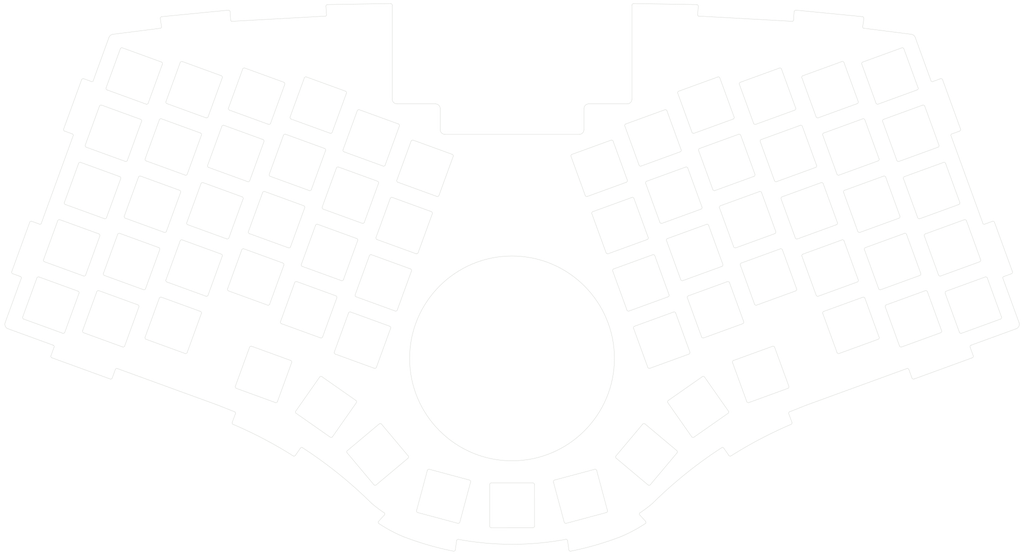
<source format=kicad_pcb>
(kicad_pcb (version 20221018) (generator pcbnew)
  (layers (0 "F.Cu" signal) (31 "B.Cu" signal) (34 "B.Paste" user) (35 "F.Paste" user) (36 "B.SilkS" user "B.Silkscreen") (37 "F.SilkS" user "F.Silkscreen") (38 "B.Mask" user) (39 "F.Mask" user) (44 "Edge.Cuts" user))
  (net 0 "")
  (footprint "Honeydew:Cutout_MX_Tight" (layer "F.Cu") (at 282.797713 79.913627 20))
  (footprint "Honeydew:Cutout_MX_Tight" (layer "F.Cu") (at 210.650185 104.483812 20))
  (footprint "Honeydew:Cutout_MX_Tight" (layer "F.Cu") (at 302.344164 133.61706 20))
  (footprint "Honeydew:Cutout_MX_Tight" (layer "F.Cu") (at 204.134698 86.582667 20))
  (footprint "Honeydew:Cutout_MX_Tight" (layer "F.Cu") (at 220.949914 77.08365 20))
  (footprint "Honeydew:Cutout_MX_Tight" (layer "F.Cu") (at 244.009156 84.739913 20))
  (footprint "Honeydew:Cutout_MX_Tight" (layer "F.Cu") (at 235.058443 161.147973 35))
  (footprint "Honeydew:Cutout_MX_Tight" (layer "F.Cu") (at 250.524655 102.641049 20))
  (footprint "Honeydew:Cutout_MX_Tight" (layer "F.Cu") (at 308.028781 93.536935 20))
  (footprint "Honeydew:Cutout_MX_Tight" (layer "F.Cu") (at 257.040124 120.542189 20))
  (footprint "Honeydew:Cutout_MX_Tight" (layer "F.Cu") (at 289.313186 97.81476 20))
  (footprint "Honeydew:Cutout_MX_Tight" (layer "F.Cu") (at 295.828694 115.715921 20))
  (footprint "Honeydew:Cutout_MX_Tight" (layer "F.Cu") (at 282.814146 135.657261 20))
  (footprint "Honeydew:Cutout_MX_Tight" (layer "F.Cu") (at 263.267702 81.953827 20))
  (footprint "Honeydew:Cutout_MX_Tight" (layer "F.Cu") (at 218.924992 175.990007 50))
  (footprint "Honeydew:Cutout_MX_Tight" (layer "F.Cu") (at 314.544237 111.438101 20))
  (footprint "Honeydew:Cutout_MX_Tight" (layer "F.Cu") (at 301.513281 75.635786 20))
  (footprint "Honeydew:Cutout_MX_Tight" (layer "F.Cu") (at 294.997801 57.734638 20))
  (footprint "Honeydew:Cutout_MX_Tight" (layer "F.Cu") (at 276.282228 62.012487 20))
  (footprint "Honeydew:Cutout_MX_Tight" (layer "F.Cu") (at 254.607787 150.991685 20))
  (footprint "Honeydew:Cutout_MX_Tight" (layer "F.Cu") (at 240.496356 130.787078 20))
  (footprint "Honeydew:Cutout_MX_Tight" (layer "F.Cu") (at 176.925 191.9))
  (footprint "Honeydew:Cutout_MX_Tight" (layer "F.Cu") (at 223.681155 140.286106 20))
  (footprint "Honeydew:Cutout_MX_Tight" (layer "F.Cu") (at 321.059737 129.339232 20))
  (footprint "Honeydew:Cutout_MX_Tight" (layer "F.Cu") (at 276.298666 117.756121 20))
  (footprint "Honeydew:Cutout_MX_Tight" (layer "F.Cu") (at 237.493671 66.838751 20))
  (footprint "Honeydew:Cutout_MX_Tight" (layer "F.Cu") (at 269.783173 99.854966 20))
  (footprint "Honeydew:Cutout_MX_Tight" (layer "F.Cu") (at 233.980885 112.885965 20))
  (footprint "Honeydew:Cutout_MX_Tight" (layer "F.Cu") (at 217.165669 122.384957 20))
  (footprint "Honeydew:Cutout_MX_Tight" (layer "F.Cu") (at 227.465406 94.984784 20))
  (footprint "Honeydew:Cutout_MX_Tight" (layer "F.Cu") (at 256.752213 64.052695 20))
  (footprint "Honeydew:Cutout_MX_Tight" (layer "F.Cu") (at 198.284996 189.07999 15))
  (footprint "Honeydew:Cutout_MX_Tight" (layer "B.Cu") (at 71.035818 135.657261 160))
  (footprint "Honeydew:Cutout_MX_Tight" (layer "B.Cu") (at 32.790227 129.339232 160))
  (footprint "Honeydew:Cutout_MX_Tight" (layer "B.Cu") (at 149.715266 86.582667 160))
  (footprint "Honeydew:Cutout_MX_Tight" (layer "B.Cu") (at 96.80984 120.542189 160))
  (footprint "Honeydew:Cutout_MX_Tight" (layer "B.Cu") (at 58.852163 57.734638 160))
  (footprint "Honeydew:Cutout_MX_Tight" (layer "B.Cu") (at 52.336683 75.635786 160))
  (footprint "Honeydew:Cutout_MX_Tight" (layer "B.Cu") (at 126.384558 94.984784 160))
  (footprint "Honeydew:Cutout_MX_Tight" (layer "B.Cu") (at 90.582262 81.953827 160))
  (footprint "Honeydew:Cutout_MX_Tight" (layer "B.Cu") (at 39.305727 111.438101 160))
  (footprint "Honeydew:Cutout_MX_Tight" (layer "B.Cu") (at 136.684295 122.384957 160))
  (footprint "Honeydew:Cutout_MX_Tight" (layer "B.Cu") (at 51.5058 133.61706 160))
  (footprint "Honeydew:Cutout_MX_Tight" (layer "B.Cu") (at 103.325309 102.641049 160))
  (footprint "Honeydew:Cutout_MX_Tight" (layer "B.Cu") (at 99.242177 150.991685 160))
  (footprint "Honeydew:Cutout_MX_Tight" (layer "B.Cu") (at 119.869079 112.885965 160))
  (footprint "Honeydew:Cutout_MX_Tight" (layer "B.Cu") (at 134.924972 175.990007 130))
  (footprint "Honeydew:Cutout_MX_Tight" (layer "B.Cu") (at 113.353608 130.787078 160))
  (footprint "Honeydew:Cutout_MX_Tight" (layer "B.Cu") (at 109.840808 84.739913 160))
  (footprint "Honeydew:Cutout_MX_Tight" (layer "B.Cu") (at 77.567736 62.012487 160))
  (footprint "Honeydew:Cutout_MX_Tight" (layer "B.Cu") (at 77.551298 117.756121 160))
  (footprint "Honeydew:Cutout_MX_Tight" (layer "B.Cu") (at 58.02127 115.715921 160))
  (footprint "Honeydew:Cutout_MX_Tight" (layer "B.Cu") (at 118.791521 161.147973 145))
  (footprint "Honeydew:Cutout_MX_Tight" (layer "B.Cu") (at 143.199779 104.483812 160))
  (footprint "Honeydew:Cutout_MX_Tight" (layer "B.Cu") (at 71.052251 79.913627 160))
  (footprint "Honeydew:Cutout_MX_Tight" (layer "B.Cu") (at 132.90005 77.08365 160))
  (footprint "Honeydew:Cutout_MX_Tight" (layer "B.Cu") (at 97.097751 64.052695 160))
  (footprint "Honeydew:Cutout_MX_Tight" (layer "B.Cu") (at 155.514992 189.07999 165))
  (footprint "Honeydew:Cutout_MX_Tight" (layer "B.Cu") (at 84.066791 99.854966 160))
  (footprint "Honeydew:Cutout_MX_Tight" (layer "B.Cu") (at 45.821183 93.536935 160))
  (footprint "Honeydew:Cutout_MX_Tight" (layer "B.Cu") (at 64.536778 97.81476 160))
  (footprint "Honeydew:Cutout_MX_Tight" (layer "B.Cu") (at 130.168809 140.286106 160))
  (footprint "Honeydew:Cutout_MX_Tight" (layer "B.Cu") (at 116.356293 66.838751 160))
  (gr_arc (start 89.746435 166.601387) (mid 89.483143 166.339078) (end 89.473672 165.967567) (stroke (width 0.1)) (layer "Edge.Cuts"))
  (gr_arc (start 265.055808 37.629244) (mid 265.22844 37.284581) (end 265.594962 37.165173) (stroke (width 0.1)) (layer "Edge.Cuts"))
  (gr_line (start 137.007627 194.933725) (end 135.233607 196.865216) (stroke (width 0.1)) (layer "Edge.Cuts"))
  (gr_line (start 321.029081 145.157959) (end 320.054117 142.479169) (stroke (width 0.1)) (layer "Edge.Cuts"))
  (gr_line (start 88.973986 40.244574) (end 88.794171 37.629249) (stroke (width 0.1)) (layer "Edge.Cuts"))
  (gr_arc (start 310.802847 58.586187) (mid 311.18518 58.60286) (end 311.443705 58.885021) (stroke (width 0.1)) (layer "Edge.Cuts"))
  (gr_line (start 90.471802 163.276036) (end 89.473672 165.967567) (stroke (width 0.1)) (layer "Edge.Cuts"))
  (gr_line (start 53.462234 149.121337) (end 84.937802 160.578743) (stroke (width 0.1)) (layer "Edge.Cuts"))
  (gr_line (start 310.802847 58.586187) (end 308.395654 59.462344) (stroke (width 0.1)) (layer "Edge.Cuts"))
  (gr_line (start 324.093618 103.912546) (end 314.028382 76.25883) (stroke (width 0.1)) (layer "Edge.Cuts"))
  (gr_line (start 327.023071 103.150386) (end 324.615876 104.026545) (stroke (width 0.1)) (layer "Edge.Cuts"))
  (gr_line (start 26.186055 103.449219) (end 20.568558 118.882985) (stroke (width 0.1)) (layer "Edge.Cuts"))
  (gr_arc (start 245.338452 176.453036) (mid 254.522475 171.149072) (end 264.103546 166.601391) (stroke (width 0.1)) (layer "Edge.Cuts"))
  (gr_arc (start 155.959989 75.98163) (mid 154.899318 75.54229) (end 154.459986 74.481624) (stroke (width 0.1)) (layer "Edge.Cuts"))
  (gr_arc (start 320.054117 142.479169) (mid 320.04513 142.164322) (end 320.226144 141.906542) (stroke (width 0.1)) (layer "Edge.Cuts"))
  (gr_line (start 138.957056 35.103122) (end 119.232872 35.421255) (stroke (width 0.1)) (layer "Edge.Cuts"))
  (gr_arc (start 90.316494 162.71267) (mid 90.485026 162.969303) (end 90.471802 163.276036) (stroke (width 0.1)) (layer "Edge.Cuts"))
  (gr_arc (start 176.924991 204.073565) (mid 168.465354 203.686378) (end 160.077082 202.523504) (stroke (width 0.1)) (layer "Edge.Cuts"))
  (gr_line (start 300.907122 149.447865) (end 301.882092 152.126663) (stroke (width 0.1)) (layer "Edge.Cuts"))
  (gr_line (start 286.411775 39.19674) (end 265.594962 37.165173) (stroke (width 0.1)) (layer "Edge.Cuts"))
  (gr_arc (start 118.929661 38.569735) (mid 118.879999 38.823753) (end 118.709949 39.018881) (stroke (width 0.1)) (layer "Edge.Cuts"))
  (gr_line (start 39.821595 76.258834) (end 29.756356 103.912543) (stroke (width 0.1)) (layer "Edge.Cuts"))
  (gr_line (start 20.867395 119.523843) (end 23.274585 120.400001) (stroke (width 0.1)) (layer "Edge.Cuts"))
  (gr_line (start 23.601379 120.823027) (end 18.510835 134.809022) (stroke (width 0.1)) (layer "Edge.Cuts"))
  (gr_line (start 197.889994 75.98163) (end 155.959989 75.98163) (stroke (width 0.1)) (layer "Edge.Cuts"))
  (gr_arc (start 51.967888 152.126662) (mid 51.709374 152.408863) (end 51.327035 152.425506) (stroke (width 0.1)) (layer "Edge.Cuts"))
  (gr_line (start 301.69597 44.707903) (end 286.679601 42.801002) (stroke (width 0.1)) (layer "Edge.Cuts"))
  (gr_line (start 302.522942 152.425501) (end 320.73024 145.798816) (stroke (width 0.1)) (layer "Edge.Cuts"))
  (gr_arc (start 327.023071 103.150386) (mid 327.405389 103.167072) (end 327.663922 103.449219) (stroke (width 0.1)) (layer "Edge.Cuts"))
  (gr_line (start 307.8734 59.348346) (end 302.898673 45.68054) (stroke (width 0.1)) (layer "Edge.Cuts"))
  (gr_line (start 264.596879 40.659422) (end 235.14003 39.018879) (stroke (width 0.1)) (layer "Edge.Cuts"))
  (gr_arc (start 33.119736 145.798819) (mid 32.837579 145.540291) (end 32.820893 145.157963) (stroke (width 0.1)) (layer "Edge.Cuts"))
  (gr_circle (center 176.899994 145.990005) (end 144.899989 145.990011) (stroke (width 0.1)) (fill none) (layer "Edge.Cuts"))
  (gr_arc (start 264.875995 40.244578) (mid 264.792023 40.489401) (end 264.596879 40.659422) (stroke (width 0.1)) (layer "Edge.Cuts"))
  (gr_arc (start 235.14003 39.018879) (mid 234.970005 38.823741) (end 234.920319 38.569736) (stroke (width 0.1)) (layer "Edge.Cuts"))
  (gr_arc (start 333.281419 118.882984) (mid 333.264733 119.265307) (end 332.982585 119.523847) (stroke (width 0.1)) (layer "Edge.Cuts"))
  (gr_arc (start 193.772904 202.523502) (mid 185.38463 203.686373) (end 176.924991 204.073565) (stroke (width 0.1)) (layer "Edge.Cuts"))
  (gr_arc (start 109.189891 176.315113) (mid 108.878431 176.520483) (end 108.511523 176.453033) (stroke (width 0.1)) (layer "Edge.Cuts"))
  (gr_line (start 263.533485 162.71267) (end 268.91217 160.578751) (stroke (width 0.1)) (layer "Edge.Cuts"))
  (gr_line (start 265.055808 37.629244) (end 264.875995 40.244578) (stroke (width 0.1)) (layer "Edge.Cuts"))
  (gr_line (start 19.407293 136.724996) (end 33.502505 141.855791) (stroke (width 0.1)) (layer "Edge.Cuts"))
  (gr_arc (start 242.536695 173.815774) (mid 242.833798 173.833205) (end 243.068369 174.016377) (stroke (width 0.1)) (layer "Edge.Cuts"))
  (gr_arc (start 216.842361 194.933722) (mid 216.711145 194.618704) (end 216.812586 194.292873) (stroke (width 0.1)) (layer "Edge.Cuts"))
  (gr_line (start 320.34959 141.861605) (end 320.347474 141.85579) (stroke (width 0.1)) (layer "Edge.Cuts"))
  (gr_line (start 152.959989 66.447383) (end 140.95996 66.447383) (stroke (width 0.1)) (layer "Edge.Cuts"))
  (gr_arc (start 37.087618 74.959646) (mid 36.805399 74.701127) (end 36.788782 74.318791) (stroke (width 0.1)) (layer "Edge.Cuts"))
  (gr_line (start 243.068369 174.016377) (end 244.660088 176.315112) (stroke (width 0.1)) (layer "Edge.Cuts"))
  (gr_arc (start 193.772904 202.523502) (mid 194.098496 202.647416) (end 194.264102 202.953897) (stroke (width 0.1)) (layer "Edge.Cuts"))
  (gr_arc (start 67.358282 42.337652) (mid 67.326412 42.594511) (end 67.170372 42.801004) (stroke (width 0.1)) (layer "Edge.Cuts"))
  (gr_arc (start 137.03739 194.292873) (mid 135.019151 192.871566) (end 133.088068 191.333931) (stroke (width 0.1)) (layer "Edge.Cuts"))
  (gr_line (start 33.79586 142.47917) (end 32.820893 145.157963) (stroke (width 0.1)) (layer "Edge.Cuts"))
  (gr_arc (start 52.942853 149.447868) (mid 53.146583 149.1956) (end 53.462234 149.121337) (stroke (width 0.1)) (layer "Edge.Cuts"))
  (gr_arc (start 152.959989 66.447383) (mid 154.020658 66.886723) (end 154.459986 67.947387) (stroke (width 0.1)) (layer "Edge.Cuts"))
  (gr_line (start 214.389957 35.603124) (end 214.389958 64.947386) (stroke (width 0.1)) (layer "Edge.Cuts"))
  (gr_arc (start 335.429599 135.31876) (mid 335.157416 136.177179) (end 334.442682 136.724996) (stroke (width 0.1)) (layer "Edge.Cuts"))
  (gr_arc (start 321.029081 145.157959) (mid 321.012407 145.540306) (end 320.73024 145.798816) (stroke (width 0.1)) (layer "Edge.Cuts"))
  (gr_arc (start 317.061199 74.318787) (mid 317.044512 74.701107) (end 316.762361 74.959642) (stroke (width 0.1)) (layer "Edge.Cuts"))
  (gr_arc (start 245.338452 176.453036) (mid 244.971553 176.520438) (end 244.660088 176.315112) (stroke (width 0.1)) (layer "Edge.Cuts"))
  (gr_line (start 51.967888 152.126662) (end 52.942853 149.447868) (stroke (width 0.1)) (layer "Edge.Cuts"))
  (gr_line (start 268.91217 160.578751) (end 300.387742 149.121332) (stroke (width 0.1)) (layer "Edge.Cuts"))
  (gr_arc (start 135.325903 197.620388) (mid 135.105586 197.264084) (end 135.233607 196.865216) (stroke (width 0.1)) (layer "Edge.Cuts"))
  (gr_arc (start 137.03739 194.292873) (mid 137.138821 194.618702) (end 137.007627 194.933725) (stroke (width 0.1)) (layer "Edge.Cuts"))
  (gr_arc (start 220.761908 191.333933) (mid 218.830827 192.87157) (end 216.812586 194.292873) (stroke (width 0.1)) (layer "Edge.Cuts"))
  (gr_line (start 84.937802 160.578743) (end 90.316494 162.71267) (stroke (width 0.1)) (layer "Edge.Cuts"))
  (gr_arc (start 26.186055 103.449219) (mid 26.444603 103.167067) (end 26.826908 103.150386) (stroke (width 0.1)) (layer "Edge.Cuts"))
  (gr_arc (start 199.389993 67.947386) (mid 199.829339 66.88674) (end 200.889991 66.447385) (stroke (width 0.1)) (layer "Edge.Cuts"))
  (gr_line (start 66.999761 39.762448) (end 67.358282 42.337652) (stroke (width 0.1)) (layer "Edge.Cuts"))
  (gr_line (start 139.459956 35.603096) (end 139.457323 35.6031) (stroke (width 0.1)) (layer "Edge.Cuts"))
  (gr_line (start 320.226144 141.906542) (end 320.34959 141.861605) (stroke (width 0.1)) (layer "Edge.Cuts"))
  (gr_line (start 264.376313 165.967567) (end 263.378176 163.276038) (stroke (width 0.1)) (layer "Edge.Cuts"))
  (gr_arc (start 234.617106 35.421256) (mid 234.972118 35.585617) (end 235.100073 35.955298) (stroke (width 0.1)) (layer "Edge.Cuts"))
  (gr_line (start 320.347474 141.85579) (end 334.442682 136.724996) (stroke (width 0.1)) (layer "Edge.Cuts"))
  (gr_arc (start 199.389992 74.481625) (mid 198.950646 75.542273) (end 197.889994 75.98163) (stroke (width 0.1)) (layer "Edge.Cuts"))
  (gr_line (start 159.185645 205.801679) (end 159.585875 202.9539) (stroke (width 0.1)) (layer "Edge.Cuts"))
  (gr_arc (start 19.407293 136.724996) (mid 18.692552 136.177165) (end 18.420379 135.318758) (stroke (width 0.1)) (layer "Edge.Cuts"))
  (gr_arc (start 20.867395 119.523843) (mid 20.585247 119.265307) (end 20.568558 118.882985) (stroke (width 0.1)) (layer "Edge.Cuts"))
  (gr_arc (start 66.999761 39.762448) (mid 67.099787 39.387239) (end 67.438199 39.196739) (stroke (width 0.1)) (layer "Edge.Cuts"))
  (gr_line (start 139.459954 64.947383) (end 139.459956 35.603096) (stroke (width 0.1)) (layer "Edge.Cuts"))
  (gr_arc (start 39.494808 75.8358) (mid 39.719508 75.999965) (end 39.821595 76.258834) (stroke (width 0.1)) (layer "Edge.Cuts"))
  (gr_arc (start 210.95239 201.668933) (mid 203.201913 204.280015) (end 195.257432 206.222401) (stroke (width 0.1)) (layer "Edge.Cuts"))
  (gr_line (start 234.920319 38.569736) (end 235.100073 35.955298) (stroke (width 0.1)) (layer "Edge.Cuts"))
  (gr_line (start 154.459986 74.481624) (end 154.459986 67.947387) (stroke (width 0.1)) (layer "Edge.Cuts"))
  (gr_line (start 88.25502 37.165174) (end 67.438199 39.196739) (stroke (width 0.1)) (layer "Edge.Cuts"))
  (gr_line (start 333.281419 118.882984) (end 327.663922 103.449219) (stroke (width 0.1)) (layer "Edge.Cuts"))
  (gr_arc (start 140.95996 66.447383) (mid 139.899291 66.008038) (end 139.459954 64.947383) (stroke (width 0.1)) (layer "Edge.Cuts"))
  (gr_arc (start 158.592547 206.222399) (mid 150.648063 204.280014) (end 142.897584 201.668931) (stroke (width 0.1)) (layer "Edge.Cuts"))
  (gr_arc (start 308.395654 59.462344) (mid 308.118026 59.480973) (end 307.8734 59.348346) (stroke (width 0.1)) (layer "Edge.Cuts"))
  (gr_line (start 33.119736 145.798819) (end 51.327035 152.425506) (stroke (width 0.1)) (layer "Edge.Cuts"))
  (gr_line (start 194.264102 202.953897) (end 194.664334 205.801679) (stroke (width 0.1)) (layer "Edge.Cuts"))
  (gr_line (start 33.500389 141.861605) (end 33.623839 141.906538) (stroke (width 0.1)) (layer "Edge.Cuts"))
  (gr_arc (start 142.897584 201.668931) (mid 139.016905 199.822028) (end 135.325903 197.620388) (stroke (width 0.1)) (layer "Edge.Cuts"))
  (gr_arc (start 159.185645 205.801679) (mid 158.979803 206.139925) (end 158.592547 206.222399) (stroke (width 0.1)) (layer "Edge.Cuts"))
  (gr_line (start 218.616368 196.865209) (end 216.842361 194.933722) (stroke (width 0.1)) (layer "Edge.Cuts"))
  (gr_line (start 286.491701 42.337657) (end 286.850218 39.762446) (stroke (width 0.1)) (layer "Edge.Cuts"))
  (gr_arc (start 138.957056 35.103122) (mid 139.310782 35.249473) (end 139.457323 35.6031) (stroke (width 0.1)) (layer "Edge.Cuts"))
  (gr_arc (start 300.387742 149.121332) (mid 300.703411 149.19557) (end 300.907122 149.447865) (stroke (width 0.1)) (layer "Edge.Cuts"))
  (gr_line (start 37.087618 74.959646) (end 39.494808 75.8358) (stroke (width 0.1)) (layer "Edge.Cuts"))
  (gr_arc (start 33.623839 141.906538) (mid 33.804835 142.164308) (end 33.79586 142.47917) (stroke (width 0.1)) (layer "Edge.Cuts"))
  (gr_line (start 199.389993 67.947386) (end 199.389992 74.481625) (stroke (width 0.1)) (layer "Edge.Cuts"))
  (gr_line (start 29.234105 104.026542) (end 26.826908 103.150386) (stroke (width 0.1)) (layer "Edge.Cuts"))
  (gr_line (start 45.454321 59.462343) (end 43.047134 58.58619) (stroke (width 0.1)) (layer "Edge.Cuts"))
  (gr_arc (start 110.78161 174.016371) (mid 111.016171 173.833158) (end 111.313281 173.815773) (stroke (width 0.1)) (layer "Edge.Cuts"))
  (gr_arc (start 220.761908 191.333933) (mid 231.197057 182.012721) (end 242.536695 173.815774) (stroke (width 0.1)) (layer "Edge.Cuts"))
  (gr_line (start 67.170372 42.801004) (end 52.154007 44.707908) (stroke (width 0.1)) (layer "Edge.Cuts"))
  (gr_arc (start 89.2531 40.659422) (mid 89.057965 40.489393) (end 88.973986 40.244574) (stroke (width 0.1)) (layer "Edge.Cuts"))
  (gr_line (start 212.889957 66.447387) (end 200.889991 66.447385) (stroke (width 0.1)) (layer "Edge.Cuts"))
  (gr_arc (start 218.524076 197.620383) (mid 214.833069 199.822022) (end 210.95239 201.668933) (stroke (width 0.1)) (layer "Edge.Cuts"))
  (gr_line (start 314.355172 75.835798) (end 316.762361 74.959642) (stroke (width 0.1)) (layer "Edge.Cuts"))
  (gr_line (start 234.617106 35.421256) (end 214.890227 35.10312) (stroke (width 0.1)) (layer "Edge.Cuts"))
  (gr_arc (start 88.25502 37.165174) (mid 88.621581 37.284543) (end 88.794171 37.629249) (stroke (width 0.1)) (layer "Edge.Cuts"))
  (gr_arc (start 111.313281 173.815773) (mid 122.652919 182.01272) (end 133.088068 191.333931) (stroke (width 0.1)) (layer "Edge.Cuts"))
  (gr_arc (start 159.585875 202.9539) (mid 159.751507 202.647441) (end 160.077082 202.523504) (stroke (width 0.1)) (layer "Edge.Cuts"))
  (gr_arc (start 330.2486 120.823029) (mid 330.350706 120.564163) (end 330.575391 120.399999) (stroke (width 0.1)) (layer "Edge.Cuts"))
  (gr_arc (start 45.976581 59.348346) (mid 45.731969 59.480998) (end 45.454321 59.462343) (stroke (width 0.1)) (layer "Edge.Cuts"))
  (gr_arc (start 263.378176 163.276038) (mid 263.36497 162.969309) (end 263.533485 162.71267) (stroke (width 0.1)) (layer "Edge.Cuts"))
  (gr_line (start 118.709949 39.018881) (end 89.2531 40.659422) (stroke (width 0.1)) (layer "Edge.Cuts"))
  (gr_arc (start 302.522942 152.425501) (mid 302.140649 152.408774) (end 301.882092 152.126663) (stroke (width 0.1)) (layer "Edge.Cuts"))
  (gr_arc (start 264.376313 165.967567) (mid 264.366777 166.339066) (end 264.103546 166.601391) (stroke (width 0.1)) (layer "Edge.Cuts"))
  (gr_arc (start 301.69597 44.707903) (mid 302.432347 45.027254) (end 302.898673 45.68054) (stroke (width 0.1)) (layer "Edge.Cuts"))
  (gr_arc (start 324.615876 104.026545) (mid 324.338241 104.045185) (end 324.093618 103.912546) (stroke (width 0.1)) (layer "Edge.Cuts"))
  (gr_arc (start 286.679601 42.801002) (mid 286.523566 42.594505) (end 286.491701 42.337657) (stroke (width 0.1)) (layer "Edge.Cuts"))
  (gr_line (start 33.502505 141.855791) (end 33.500389 141.861605) (stroke (width 0.1)) (layer "Edge.Cuts"))
  (gr_arc (start 50.951306 45.68054) (mid 51.41762 45.027241) (end 52.154007 44.707908) (stroke (width 0.1)) (layer "Edge.Cuts"))
  (gr_line (start 335.339143 134.809024) (end 330.2486 120.823029) (stroke (width 0.1)) (layer "Edge.Cuts"))
  (gr_arc (start 218.616368 196.865209) (mid 218.7444 197.264075) (end 218.524076 197.620383) (stroke (width 0.1)) (layer "Edge.Cuts"))
  (gr_line (start 109.189891 176.315113) (end 110.78161 174.016371) (stroke (width 0.1)) (layer "Edge.Cuts"))
  (gr_arc (start 195.257432 206.222401) (mid 194.870197 206.139895) (end 194.664334 205.801679) (stroke (width 0.1)) (layer "Edge.Cuts"))
  (gr_arc (start 286.411775 39.19674) (mid 286.750191 39.387212) (end 286.850218 39.762446) (stroke (width 0.1)) (layer "Edge.Cuts"))
  (gr_line (start 50.951306 45.68054) (end 45.976581 59.348346) (stroke (width 0.1)) (layer "Edge.Cuts"))
  (gr_arc (start 314.028382 76.25883) (mid 314.130519 76.000002) (end 314.355172 75.835798) (stroke (width 0.1)) (layer "Edge.Cuts"))
  (gr_line (start 317.061199 74.318787) (end 311.443705 58.885021) (stroke (width 0.1)) (layer "Edge.Cuts"))
  (gr_arc (start 42.406276 58.885019) (mid 42.664826 58.602878) (end 43.047134 58.58619) (stroke (width 0.1)) (layer "Edge.Cuts"))
  (gr_arc (start 118.749908 35.955302) (mid 118.877889 35.585646) (end 119.232872 35.421255) (stroke (width 0.1)) (layer "Edge.Cuts"))
  (gr_line (start 330.575391 120.399999) (end 332.982585 119.523847) (stroke (width 0.1)) (layer "Edge.Cuts"))
  (gr_arc (start 89.746435 166.601387) (mid 99.327503 171.149069) (end 108.511523 176.453033) (stroke (width 0.1)) (layer "Edge.Cuts"))
  (gr_line (start 118.749908 35.955302) (end 118.929661 38.569735) (stroke (width 0.1)) (layer "Edge.Cuts"))
  (gr_arc (start 29.756356 103.912543) (mid 29.511743 104.045207) (end 29.234105 104.026542) (stroke (width 0.1)) (layer "Edge.Cuts"))
  (gr_arc (start 214.389957 35.603124) (mid 214.53649 35.249452) (end 214.890227 35.10312) (stroke (width 0.1)) (layer "Edge.Cuts"))
  (gr_arc (start 335.339143 134.809024) (mid 335.406524 135.05996) (end 335.429599 135.31876) (stroke (width 0.1)) (layer "Edge.Cuts"))
  (gr_line (start 42.406276 58.885019) (end 36.788782 74.318791) (stroke (width 0.1)) (layer "Edge.Cuts"))
  (gr_arc (start 18.420379 135.318758) (mid 18.443455 135.059959) (end 18.510835 134.809022) (stroke (width 0.1)) (layer "Edge.Cuts"))
  (gr_arc (start 23.274585 120.400001) (mid 23.499292 120.564158) (end 23.601379 120.823027) (stroke (width 0.1)) (layer "Edge.Cuts"))
  (gr_arc (start 214.389958 64.947386) (mid 213.950623 66.008048) (end 212.889957 66.447387) (stroke (width 0.1)) (layer "Edge.Cuts"))
)
</source>
